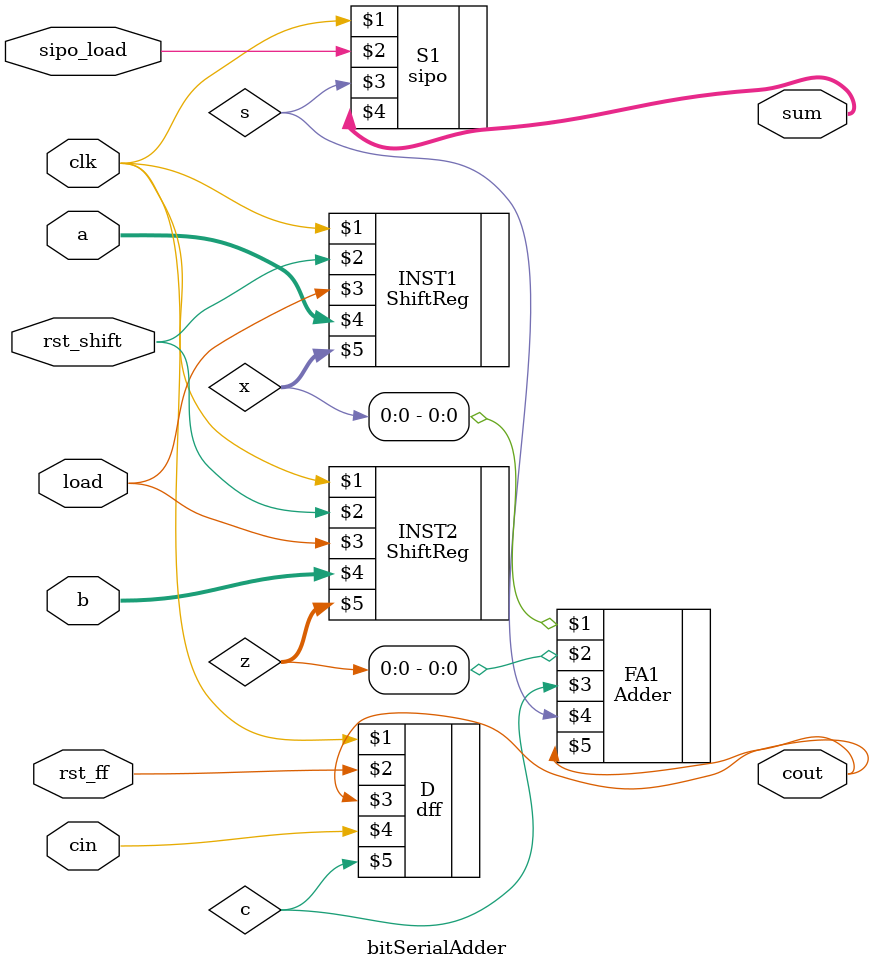
<source format=v>
/*Bit Serial Adder
				*/
`timescale 1ns / 1ps
`include "ShiftReg.v"
`include "dff.v"
`include "Adder.v"
`include "sipo.v"
module bitSerialAdder(
    input clk,
    input rst_shift,
    input rst_ff,
    input load,
	 input sipo_load,
    input [7:0] a,
    input [7:0] b,
    input cin,
    output [7:0] sum,
    output cout
    );

	wire [7:0] x,z;
	wire s,c;
		
	ShiftReg INST1(clk,rst_shift,load,a,x);
	ShiftReg INST2(clk,rst_shift,load,b,z);
	
	dff D(clk,rst_ff,cout,cin,c);
	
	//Calling adder module
	Adder FA1(x[0],z[0],c,s,cout);
	
	//Store sum in SIPO
	sipo S1(clk,sipo_load,s,sum);
	
endmodule 

</source>
